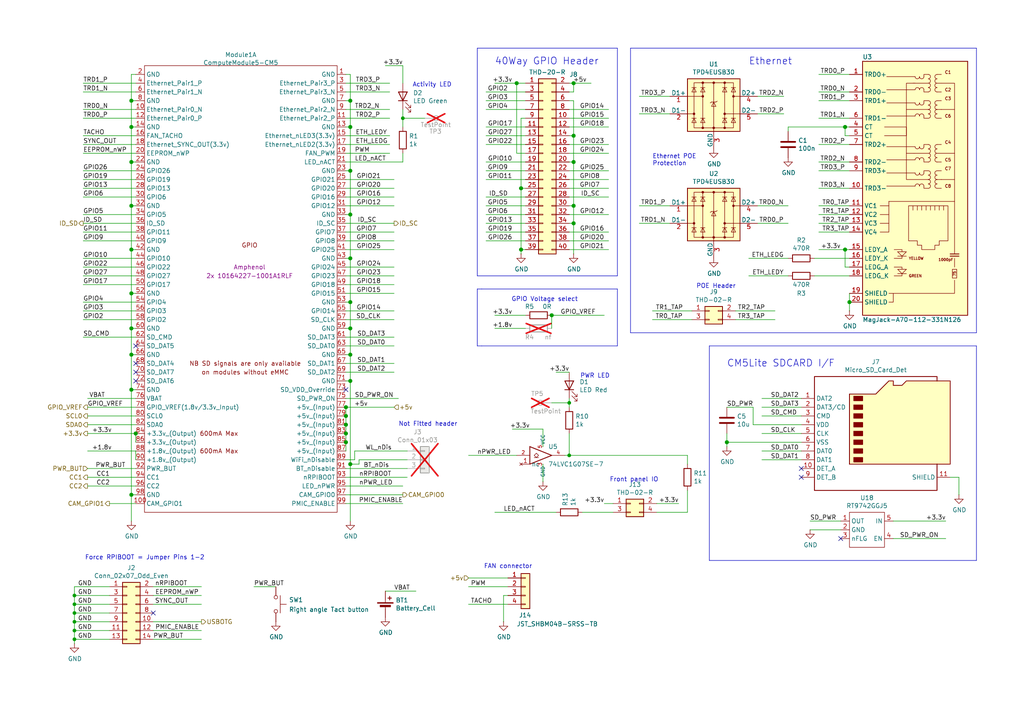
<source format=kicad_sch>
(kicad_sch (version 20231120) (generator "eeschema") (generator_version "8.0")
  (paper "A4")
  (title_block (title "Compute Module 5 IO Board - GPIO - Ethernet") (rev "1") (company "Copyright © 2024 Raspberry Pi Ltd.") (comment 1 "www.raspberrypi.com"))
  (junction (at 101.6 36.83) (diameter 1.016))
  (junction (at 245.11 72.39) (diameter 1.016))
  (junction (at 101.6 29.21) (diameter 1.016))
  (junction (at 101.6 102.87) (diameter 1.016))
  (junction (at 38.1 113.03) (diameter 1.016))
  (junction (at 246.38 87.63) (diameter 1.016))
  (junction (at 38.1 46.99) (diameter 1.016))
  (junction (at 100.33 125.73) (diameter 1.016))
  (junction (at 151.13 54.61) (diameter 1.016))
  (junction (at 166.37 39.37) (diameter 1.016))
  (junction (at 21.59 175.26))
  (junction (at 38.1 72.39) (diameter 1.016))
  (junction (at 100.33 123.19) (diameter 1.016))
  (junction (at 165.1 132.08))
  (junction (at 38.1 143.51) (diameter 1.016))
  (junction (at 166.37 59.69) (diameter 1.016))
  (junction (at 38.1 59.69) (diameter 1.016))
  (junction (at 101.6 62.23) (diameter 1.016))
  (junction (at 38.1 95.25) (diameter 1.016))
  (junction (at 100.33 118.11) (diameter 1.016))
  (junction (at 101.6 95.25) (diameter 1.016))
  (junction (at 166.37 64.77) (diameter 1.016))
  (junction (at 210.82 128.27) (diameter 1.016))
  (junction (at 166.37 24.13) (diameter 1.016))
  (junction (at 101.6 87.63) (diameter 1.016))
  (junction (at 166.37 46.99) (diameter 1.016))
  (junction (at 38.1 85.09) (diameter 1.016))
  (junction (at 100.33 120.65) (diameter 1.016))
  (junction (at 165.1 116.84))
  (junction (at 38.1 36.83) (diameter 1.016))
  (junction (at 39.37 125.73) (diameter 1.016))
  (junction (at 21.59 172.72))
  (junction (at 38.1 102.87) (diameter 1.016))
  (junction (at 160.02 91.44) (diameter 1.016))
  (junction (at 38.1 29.21) (diameter 1.016))
  (junction (at 21.59 177.8))
  (junction (at 245.11 36.83) (diameter 1.016))
  (junction (at 100.33 128.27) (diameter 1.016))
  (junction (at 116.84 34.29))
  (junction (at 151.13 72.39) (diameter 1.016))
  (junction (at 21.59 185.42))
  (junction (at 101.6 110.49) (diameter 1.016))
  (junction (at 101.6 134.62) (diameter 1.016))
  (junction (at 101.6 49.53) (diameter 1.016))
  (junction (at 21.59 182.88))
  (junction (at 21.59 180.34))
  (junction (at 101.6 74.93) (diameter 1.016))
  (junction (at 149.86 24.13) (diameter 1.016))
  (no_connect (at 39.37 107.95))
  (no_connect (at 100.33 113.03))
  (no_connect (at 39.37 100.33))
  (no_connect (at 243.84 156.21))
  (no_connect (at 39.37 105.41))
  (no_connect (at 232.41 138.43))
  (no_connect (at 232.41 135.89))
  (no_connect (at 44.45 177.8))
  (no_connect (at 39.37 110.49))
  (wire (pts (xy 275.59 138.43) (xy 278.13 138.43)))
  (wire (pts (xy 101.6 110.49) (xy 101.6 134.62)))
  (polyline (pts (xy 138.43 13.97) (xy 138.43 80.01)) (stroke (width 0) (type solid)))
  (wire (pts (xy 44.45 175.26) (xy 58.42 175.26)))
  (polyline (pts (xy 138.43 80.01) (xy 179.07 80.01)) (stroke (width 0) (type solid)))
  (wire (pts (xy 100.33 135.89) (xy 118.11 135.89)))
  (wire (pts (xy 100.33 102.87) (xy 101.6 102.87)))
  (wire (pts (xy 24.13 90.17) (xy 39.37 90.17)))
  (wire (pts (xy 39.37 133.35) (xy 39.37 130.81)))
  (wire (pts (xy 237.49 41.91) (xy 246.38 41.91)))
  (wire (pts (xy 165.1 52.07) (xy 176.53 52.07)))
  (wire (pts (xy 24.13 44.45) (xy 39.37 44.45)))
  (wire (pts (xy 100.33 95.25) (xy 101.6 95.25)))
  (wire (pts (xy 165.1 34.29) (xy 176.53 34.29)))
  (wire (pts (xy 101.6 102.87) (xy 101.6 110.49)))
  (wire (pts (xy 100.33 100.33) (xy 114.3 100.33)))
  (wire (pts (xy 217.17 74.93) (xy 228.6 74.93)))
  (wire (pts (xy 39.37 128.27) (xy 39.37 125.73)))
  (wire (pts (xy 21.59 172.72) (xy 31.75 172.72)))
  (wire (pts (xy 111.76 171.45) (xy 120.65 171.45)))
  (wire (pts (xy 100.33 118.11) (xy 114.3 118.11)))
  (wire (pts (xy 101.6 36.83) (xy 101.6 49.53)))
  (wire (pts (xy 44.45 172.72) (xy 58.42 172.72)))
  (polyline (pts (xy 179.07 83.82) (xy 179.07 100.33)) (stroke (width 0) (type solid)))
  (wire (pts (xy 24.13 92.71) (xy 39.37 92.71)))
  (wire (pts (xy 199.39 142.24) (xy 199.39 148.59)))
  (wire (pts (xy 116.84 36.83) (xy 116.84 34.29)))
  (wire (pts (xy 24.13 31.75) (xy 39.37 31.75)))
  (wire (pts (xy 24.13 77.47) (xy 39.37 77.47)))
  (wire (pts (xy 143.51 148.59) (xy 161.29 148.59)))
  (wire (pts (xy 100.33 29.21) (xy 101.6 29.21)))
  (wire (pts (xy 220.98 120.65) (xy 232.41 120.65)))
  (wire (pts (xy 21.59 170.18) (xy 31.75 170.18)))
  (wire (pts (xy 199.39 148.59) (xy 190.5 148.59)))
  (wire (pts (xy 100.33 90.17) (xy 114.3 90.17)))
  (wire (pts (xy 21.59 185.42) (xy 31.75 185.42)))
  (wire (pts (xy 24.13 82.55) (xy 39.37 82.55)))
  (wire (pts (xy 166.37 64.77) (xy 166.37 59.69)))
  (wire (pts (xy 24.13 80.01) (xy 39.37 80.01)))
  (wire (pts (xy 100.33 34.29) (xy 113.03 34.29)))
  (wire (pts (xy 39.37 36.83) (xy 38.1 36.83)))
  (wire (pts (xy 100.33 44.45) (xy 113.03 44.45)))
  (wire (pts (xy 100.33 31.75) (xy 113.03 31.75)))
  (wire (pts (xy 102.87 133.35) (xy 102.87 130.81)))
  (wire (pts (xy 24.13 67.31) (xy 39.37 67.31)))
  (wire (pts (xy 237.49 59.69) (xy 246.38 59.69)))
  (wire (pts (xy 104.14 133.35) (xy 118.11 133.35)))
  (wire (pts (xy 100.33 87.63) (xy 101.6 87.63)))
  (wire (pts (xy 166.37 39.37) (xy 166.37 46.99)))
  (wire (pts (xy 24.13 39.37) (xy 39.37 39.37)))
  (wire (pts (xy 39.37 21.59) (xy 38.1 21.59)))
  (wire (pts (xy 101.6 21.59) (xy 101.6 29.21)))
  (wire (pts (xy 236.22 80.01) (xy 246.38 80.01)))
  (wire (pts (xy 101.6 29.21) (xy 101.6 36.83)))
  (wire (pts (xy 38.1 143.51) (xy 38.1 151.13)))
  (wire (pts (xy 165.1 67.31) (xy 176.53 67.31)))
  (wire (pts (xy 146.05 172.72) (xy 146.05 180.34)))
  (wire (pts (xy 219.71 33.02) (xy 227.33 33.02)))
  (wire (pts (xy 157.48 134.62) (xy 157.48 139.7)))
  (wire (pts (xy 100.33 57.15) (xy 114.3 57.15)))
  (wire (pts (xy 160.02 116.84) (xy 165.1 116.84)))
  (wire (pts (xy 157.48 129.54) (xy 157.48 124.46)))
  (wire (pts (xy 100.33 143.51) (xy 116.84 143.51)))
  (wire (pts (xy 166.37 46.99) (xy 165.1 46.99)))
  (wire (pts (xy 100.33 107.95) (xy 114.3 107.95)))
  (wire (pts (xy 100.33 80.01) (xy 114.3 80.01)))
  (wire (pts (xy 151.13 72.39) (xy 151.13 73.66)))
  (wire (pts (xy 25.4 138.43) (xy 39.37 138.43)))
  (wire (pts (xy 101.6 95.25) (xy 101.6 102.87)))
  (wire (pts (xy 38.1 72.39) (xy 38.1 85.09)))
  (wire (pts (xy 213.36 92.71) (xy 224.79 92.71)))
  (wire (pts (xy 210.82 128.27) (xy 232.41 128.27)))
  (wire (pts (xy 101.6 49.53) (xy 101.6 62.23)))
  (wire (pts (xy 143.51 95.25) (xy 152.4 95.25)))
  (wire (pts (xy 24.13 74.93) (xy 39.37 74.93)))
  (polyline (pts (xy 182.88 13.97) (xy 283.21 13.97)) (stroke (width 0) (type solid)))
  (wire (pts (xy 100.33 140.97) (xy 116.84 140.97)))
  (wire (pts (xy 199.39 134.62) (xy 199.39 132.08)))
  (wire (pts (xy 165.1 36.83) (xy 176.53 36.83)))
  (wire (pts (xy 149.86 44.45) (xy 152.4 44.45)))
  (wire (pts (xy 39.37 29.21) (xy 38.1 29.21)))
  (wire (pts (xy 21.59 180.34) (xy 31.75 180.34)))
  (wire (pts (xy 213.36 90.17) (xy 224.79 90.17)))
  (wire (pts (xy 44.45 182.88) (xy 58.42 182.88)))
  (polyline (pts (xy 179.07 13.97) (xy 138.43 13.97)) (stroke (width 0) (type solid)))
  (wire (pts (xy 25.4 140.97) (xy 39.37 140.97)))
  (wire (pts (xy 25.4 135.89) (xy 39.37 135.89)))
  (wire (pts (xy 189.23 90.17) (xy 200.66 90.17)))
  (wire (pts (xy 100.33 128.27) (xy 100.33 130.81)))
  (wire (pts (xy 44.45 170.18) (xy 58.42 170.18)))
  (wire (pts (xy 243.84 153.67) (xy 234.95 153.67)))
  (wire (pts (xy 246.38 36.83) (xy 245.11 36.83)))
  (wire (pts (xy 194.31 64.77) (xy 185.42 64.77)))
  (wire (pts (xy 140.97 49.53) (xy 152.4 49.53)))
  (wire (pts (xy 100.33 41.91) (xy 113.03 41.91)))
  (wire (pts (xy 21.59 177.8) (xy 21.59 180.34)))
  (wire (pts (xy 100.33 115.57) (xy 115.57 115.57)))
  (wire (pts (xy 114.3 97.79) (xy 100.33 97.79)))
  (wire (pts (xy 24.13 26.67) (xy 39.37 26.67)))
  (wire (pts (xy 166.37 24.13) (xy 171.45 24.13)))
  (wire (pts (xy 217.17 80.01) (xy 228.6 80.01)))
  (wire (pts (xy 24.13 49.53) (xy 39.37 49.53)))
  (wire (pts (xy 243.84 151.13) (xy 234.95 151.13)))
  (wire (pts (xy 140.97 59.69) (xy 152.4 59.69)))
  (wire (pts (xy 100.33 120.65) (xy 100.33 123.19)))
  (wire (pts (xy 237.49 26.67) (xy 246.38 26.67)))
  (wire (pts (xy 100.33 74.93) (xy 101.6 74.93)))
  (wire (pts (xy 100.33 39.37) (xy 113.03 39.37)))
  (wire (pts (xy 140.97 67.31) (xy 152.4 67.31)))
  (wire (pts (xy 210.82 125.73) (xy 210.82 128.27)))
  (wire (pts (xy 165.1 41.91) (xy 176.53 41.91)))
  (polyline (pts (xy 139.7 83.82) (xy 179.07 83.82)) (stroke (width 0) (type solid)))
  (polyline (pts (xy 283.21 162.56) (xy 205.74 162.56)) (stroke (width 0) (type solid)))
  (wire (pts (xy 140.97 46.99) (xy 152.4 46.99)))
  (wire (pts (xy 100.33 138.43) (xy 118.11 138.43)))
  (wire (pts (xy 38.1 95.25) (xy 39.37 95.25)))
  (wire (pts (xy 44.45 185.42) (xy 58.42 185.42)))
  (wire (pts (xy 218.44 123.19) (xy 218.44 118.11)))
  (wire (pts (xy 38.1 102.87) (xy 38.1 113.03)))
  (wire (pts (xy 38.1 85.09) (xy 38.1 95.25)))
  (wire (pts (xy 31.75 146.05) (xy 39.37 146.05)))
  (wire (pts (xy 116.84 19.05) (xy 116.84 24.13)))
  (wire (pts (xy 165.1 132.08) (xy 199.39 132.08)))
  (wire (pts (xy 152.4 34.29) (xy 151.13 34.29)))
  (wire (pts (xy 237.49 64.77) (xy 246.38 64.77)))
  (wire (pts (xy 21.59 175.26) (xy 31.75 175.26)))
  (wire (pts (xy 116.84 34.29) (xy 116.84 31.75)))
  (wire (pts (xy 236.22 74.93) (xy 246.38 74.93)))
  (wire (pts (xy 140.97 62.23) (xy 152.4 62.23)))
  (wire (pts (xy 237.49 29.21) (xy 246.38 29.21)))
  (wire (pts (xy 165.1 72.39) (xy 176.53 72.39)))
  (wire (pts (xy 165.1 24.13) (xy 166.37 24.13)))
  (wire (pts (xy 104.14 134.62) (xy 104.14 133.35)))
  (wire (pts (xy 101.6 134.62) (xy 101.6 151.13)))
  (wire (pts (xy 278.13 138.43) (xy 278.13 143.51)))
  (wire (pts (xy 168.91 148.59) (xy 177.8 148.59)))
  (wire (pts (xy 38.1 59.69) (xy 38.1 72.39)))
  (wire (pts (xy 21.59 177.8) (xy 31.75 177.8)))
  (wire (pts (xy 38.1 113.03) (xy 39.37 113.03)))
  (wire (pts (xy 38.1 72.39) (xy 39.37 72.39)))
  (wire (pts (xy 24.13 54.61) (xy 39.37 54.61)))
  (wire (pts (xy 100.33 52.07) (xy 114.3 52.07)))
  (wire (pts (xy 246.38 87.63) (xy 246.38 90.17)))
  (wire (pts (xy 25.4 130.81) (xy 39.37 130.81)))
  (wire (pts (xy 24.13 97.79) (xy 39.37 97.79)))
  (wire (pts (xy 237.49 49.53) (xy 246.38 49.53)))
  (wire (pts (xy 24.13 24.13) (xy 39.37 24.13)))
  (polyline (pts (xy 283.21 100.33) (xy 283.21 162.56)) (stroke (width 0) (type solid)))
  (wire (pts (xy 100.33 62.23) (xy 101.6 62.23)))
  (wire (pts (xy 143.51 24.13) (xy 149.86 24.13)))
  (wire (pts (xy 246.38 85.09) (xy 246.38 87.63)))
  (wire (pts (xy 100.33 24.13) (xy 113.03 24.13)))
  (wire (pts (xy 100.33 36.83) (xy 101.6 36.83)))
  (wire (pts (xy 38.1 95.25) (xy 38.1 102.87)))
  (wire (pts (xy 165.1 125.73) (xy 165.1 132.08)))
  (wire (pts (xy 39.37 143.51) (xy 38.1 143.51)))
  (wire (pts (xy 24.13 57.15) (xy 39.37 57.15)))
  (wire (pts (xy 166.37 64.77) (xy 166.37 73.66)))
  (wire (pts (xy 185.42 59.69) (xy 194.31 59.69)))
  (wire (pts (xy 245.11 39.37) (xy 245.11 36.83)))
  (wire (pts (xy 220.98 130.81) (xy 232.41 130.81)))
  (wire (pts (xy 25.4 123.19) (xy 39.37 123.19)))
  (wire (pts (xy 38.1 113.03) (xy 38.1 143.51)))
  (wire (pts (xy 157.48 124.46) (xy 148.59 124.46)))
  (wire (pts (xy 237.49 72.39) (xy 245.11 72.39)))
  (wire (pts (xy 165.1 115.57) (xy 165.1 116.84)))
  (wire (pts (xy 228.6 36.83) (xy 245.11 36.83)))
  (wire (pts (xy 102.87 130.81) (xy 118.11 130.81)))
  (wire (pts (xy 100.33 146.05) (xy 116.84 146.05)))
  (wire (pts (xy 220.98 115.57) (xy 232.41 115.57)))
  (wire (pts (xy 100.33 64.77) (xy 114.3 64.77)))
  (wire (pts (xy 140.97 36.83) (xy 152.4 36.83)))
  (wire (pts (xy 259.08 151.13) (xy 274.32 151.13)))
  (wire (pts (xy 101.6 87.63) (xy 101.6 95.25)))
  (wire (pts (xy 147.32 172.72) (xy 146.05 172.72)))
  (wire (pts (xy 100.33 54.61) (xy 114.3 54.61)))
  (wire (pts (xy 245.11 77.47) (xy 245.11 72.39)))
  (wire (pts (xy 237.49 21.59) (xy 246.38 21.59)))
  (wire (pts (xy 116.84 46.99) (xy 116.84 44.45)))
  (wire (pts (xy 100.33 133.35) (xy 102.87 133.35)))
  (wire (pts (xy 100.33 69.85) (xy 114.3 69.85)))
  (wire (pts (xy 114.3 105.41) (xy 100.33 105.41)))
  (polyline (pts (xy 283.21 96.52) (xy 182.88 96.52)) (stroke (width 0) (type solid)))
  (wire (pts (xy 25.4 118.11) (xy 39.37 118.11)))
  (wire (pts (xy 140.97 29.21) (xy 152.4 29.21)))
  (wire (pts (xy 219.71 27.94) (xy 227.33 27.94)))
  (wire (pts (xy 21.59 180.34) (xy 21.59 182.88)))
  (polyline (pts (xy 182.88 96.52) (xy 182.88 13.97)) (stroke (width 0) (type solid)))
  (wire (pts (xy 190.5 146.05) (xy 196.85 146.05)))
  (wire (pts (xy 100.33 85.09) (xy 114.3 85.09)))
  (polyline (pts (xy 205.74 162.56) (xy 205.74 100.33)) (stroke (width 0) (type solid)))
  (wire (pts (xy 135.89 170.18) (xy 147.32 170.18)))
  (wire (pts (xy 143.51 91.44) (xy 152.4 91.44)))
  (wire (pts (xy 140.97 26.67) (xy 152.4 26.67)))
  (wire (pts (xy 166.37 59.69) (xy 166.37 46.99)))
  (wire (pts (xy 24.13 34.29) (xy 39.37 34.29)))
  (wire (pts (xy 25.4 115.57) (xy 39.37 115.57)))
  (wire (pts (xy 165.1 31.75) (xy 176.53 31.75)))
  (wire (pts (xy 165.1 62.23) (xy 176.53 62.23)))
  (wire (pts (xy 140.97 57.15) (xy 152.4 57.15)))
  (wire (pts (xy 185.42 27.94) (xy 194.31 27.94)))
  (wire (pts (xy 25.4 125.73) (xy 39.37 125.73)))
  (wire (pts (xy 165.1 59.69) (xy 166.37 59.69)))
  (wire (pts (xy 100.33 59.69) (xy 114.3 59.69)))
  (wire (pts (xy 166.37 39.37) (xy 165.1 39.37)))
  (wire (pts (xy 245.11 72.39) (xy 246.38 72.39)))
  (wire (pts (xy 135.89 175.26) (xy 147.32 175.26)))
  (polyline (pts (xy 205.74 100.33) (xy 283.21 100.33)) (stroke (width 0) (type solid)))
  (wire (pts (xy 151.13 34.29) (xy 151.13 54.61)))
  (wire (pts (xy 114.3 92.71) (xy 100.33 92.71)))
  (wire (pts (xy 100.33 67.31) (xy 114.3 67.31)))
  (wire (pts (xy 140.97 31.75) (xy 152.4 31.75)))
  (wire (pts (xy 140.97 39.37) (xy 152.4 39.37)))
  (polyline (pts (xy 179.07 13.97) (xy 179.07 80.01)) (stroke (width 0) (type solid)))
  (polyline (pts (xy 283.21 13.97) (xy 283.21 96.52)) (stroke (width 0) (type solid)))
  (wire (pts (xy 149.86 24.13) (xy 149.86 44.45)))
  (wire (pts (xy 21.59 182.88) (xy 31.75 182.88)))
  (wire (pts (xy 166.37 29.21) (xy 166.37 39.37)))
  (wire (pts (xy 24.13 64.77) (xy 39.37 64.77)))
  (wire (pts (xy 165.1 132.08) (xy 163.83 132.08)))
  (wire (pts (xy 165.1 26.67) (xy 166.37 26.67)))
  (wire (pts (xy 25.4 120.65) (xy 39.37 120.65)))
  (wire (pts (xy 38.1 36.83) (xy 38.1 46.99)))
  (wire (pts (xy 100.33 46.99) (xy 116.84 46.99)))
  (wire (pts (xy 151.13 72.39) (xy 152.4 72.39)))
  (wire (pts (xy 185.42 33.02) (xy 194.31 33.02)))
  (wire (pts (xy 24.13 52.07) (xy 39.37 52.07)))
  (wire (pts (xy 151.13 54.61) (xy 152.4 54.61)))
  (polyline (pts (xy 138.43 100.33) (xy 138.43 83.82)) (stroke (width 0) (type solid)))
  (wire (pts (xy 160.02 91.44) (xy 175.26 91.44)))
  (wire (pts (xy 140.97 69.85) (xy 152.4 69.85)))
  (wire (pts (xy 237.49 67.31) (xy 246.38 67.31)))
  (wire (pts (xy 219.71 59.69) (xy 228.6 59.69)))
  (wire (pts (xy 165.1 107.95) (xy 161.29 107.95)))
  (wire (pts (xy 21.59 185.42) (xy 21.59 186.69)))
  (wire (pts (xy 100.33 72.39) (xy 114.3 72.39)))
  (wire (pts (xy 38.1 29.21) (xy 38.1 36.83)))
  (wire (pts (xy 100.33 21.59) (xy 101.6 21.59)))
  (wire (pts (xy 165.1 49.53) (xy 176.53 49.53)))
  (wire (pts (xy 237.49 34.29) (xy 246.38 34.29)))
  (wire (pts (xy 100.33 110.49) (xy 101.6 110.49)))
  (wire (pts (xy 246.38 77.47) (xy 245.11 77.47)))
  (wire (pts (xy 135.89 132.08) (xy 149.86 132.08)))
  (wire (pts (xy 24.13 69.85) (xy 39.37 69.85)))
  (wire (pts (xy 24.13 87.63) (xy 39.37 87.63)))
  (wire (pts (xy 100.33 118.11) (xy 100.33 120.65)))
  (wire (pts (xy 21.59 170.18) (xy 21.59 172.72)))
  (wire (pts (xy 111.76 19.05) (xy 116.84 19.05)))
  (wire (pts (xy 210.82 128.27) (xy 210.82 129.54)))
  (wire (pts (xy 100.33 49.53) (xy 101.6 49.53)))
  (wire (pts (xy 151.13 54.61) (xy 151.13 72.39)))
  (wire (pts (xy 100.33 26.67) (xy 113.03 26.67)))
  (wire (pts (xy 232.41 123.19) (xy 218.44 123.19)))
  (wire (pts (xy 165.1 44.45) (xy 176.53 44.45)))
  (wire (pts (xy 24.13 62.23) (xy 39.37 62.23)))
  (wire (pts (xy 237.49 46.99) (xy 246.38 46.99)))
  (wire (pts (xy 237.49 62.23) (xy 246.38 62.23)))
  (wire (pts (xy 219.71 64.77) (xy 228.6 64.77)))
  (wire (pts (xy 24.13 41.91) (xy 39.37 41.91)))
  (wire (pts (xy 259.08 156.21) (xy 274.32 156.21)))
  (wire (pts (xy 21.59 172.72) (xy 21.59 175.26)))
  (wire (pts (xy 189.23 92.71) (xy 200.66 92.71)))
  (wire (pts (xy 101.6 74.93) (xy 101.6 87.63)))
  (polyline (pts (xy 139.7 83.82) (xy 138.43 83.82)) (stroke (width 0) (type solid)))
  (wire (pts (xy 100.33 123.19) (xy 100.33 125.73)))
  (wire (pts (xy 228.6 38.1) (xy 228.6 36.83)))
  (wire (pts (xy 175.26 146.05) (xy 177.8 146.05)))
  (wire (pts (xy 232.41 118.11) (xy 220.98 118.11)))
  (wire (pts (xy 140.97 64.77) (xy 152.4 64.77)))
  (wire (pts (xy 38.1 46.99) (xy 39.37 46.99)))
  (wire (pts (xy 140.97 52.07) (xy 152.4 52.07)))
  (wire (pts (xy 73.66 170.18) (xy 80.01 170.18)))
  (wire (pts (xy 237.49 54.61) (xy 246.38 54.61)))
  (wire (pts (xy 140.97 41.91) (xy 152.4 41.91)))
  (wire (pts (xy 38.1 21.59) (xy 38.1 29.21)))
  (wire (pts (xy 135.89 167.64) (xy 147.32 167.64)))
  (wire (pts (xy 38.1 85.09) (xy 39.37 85.09)))
  (wire (pts (xy 165.1 64.77) (xy 166.37 64.77)))
  (wire (pts (xy 100.33 125.73) (xy 100.33 128.27)))
  (wire (pts (xy 160.02 91.44) (xy 160.02 95.25)))
  (wire (pts (xy 100.33 77.47) (xy 114.3 77.47)))
  (wire (pts (xy 38.1 102.87) (xy 39.37 102.87)))
  (wire (pts (xy 38.1 59.69) (xy 39.37 59.69)))
  (polyline (pts (xy 179.07 100.33) (xy 139.7 100.33)) (stroke (width 0) (type solid)))
  (wire (pts (xy 152.4 24.13) (xy 149.86 24.13)))
  (wire (pts (xy 165.1 69.85) (xy 176.53 69.85)))
  (wire (pts (xy 165.1 116.84) (xy 165.1 118.11)))
  (wire (pts (xy 210.82 118.11) (xy 218.44 118.11)))
  (wire (pts (xy 246.38 39.37) (xy 245.11 39.37)))
  (wire (pts (xy 232.41 125.73) (xy 220.98 125.73)))
  (wire (pts (xy 166.37 26.67) (xy 166.37 24.13)))
  (wire (pts (xy 232.41 133.35) (xy 220.98 133.35)))
  (wire (pts (xy 44.45 180.34) (xy 58.42 180.34)))
  (wire (pts (xy 21.59 182.88) (xy 21.59 185.42)))
  (wire (pts (xy 100.33 82.55) (xy 114.3 82.55)))
  (wire (pts (xy 116.84 34.29) (xy 123.19 34.29)))
  (wire (pts (xy 101.6 62.23) (xy 101.6 74.93)))
  (wire (pts (xy 38.1 46.99) (xy 38.1 59.69)))
  (wire (pts (xy 165.1 57.15) (xy 176.53 57.15)))
  (wire (pts (xy 21.59 175.26) (xy 21.59 177.8)))
  (wire (pts (xy 101.6 134.62) (xy 104.14 134.62)))
  (wire (pts (xy 165.1 54.61) (xy 176.53 54.61)))
  (wire (pts (xy 165.1 29.21) (xy 166.37 29.21)))
  (polyline (pts (xy 138.43 100.33) (xy 139.7 100.33)) (stroke (width 0) (type solid)))
  (text "40Way GPIO Header" (at 143.51 19.05 0) (effects (font (size 2.007 2.007)) (justify left bottom)))
  (text "Activity LED" (at 119.634 25.4 0) (effects (font (size 1.27 1.27)) (justify left bottom)))
  (text "FAN connector\n" (at 140.335 165.1 0) (effects (font (size 1.27 1.27)) (justify left bottom)))
  (text "Ethernet POE\nProtection" (at 189.23 48.26 0) (effects (font (size 1.27 1.27)) (justify left bottom)))
  (text "Front panel IO" (at 183.896 139.192 0) (effects (font (size 1.27 1.27))))
  (text "GPIO Voltage select\n" (at 167.64 87.63 0) (effects (font (size 1.27 1.27)) (justify right bottom)))
  (text "Not Fitted header" (at 132.715 123.825 0) (effects (font (size 1.27 1.27)) (justify right bottom)))
  (text "POE Header" (at 201.93 83.82 0) (effects (font (size 1.27 1.27)) (justify left bottom)))
  (text "Force RPIBOOT = Jumper Pins 1-2 \n" (at 60.325 162.56 0) (effects (font (size 1.27 1.27)) (justify right bottom)))
  (text "PWR LED" (at 168.275 109.855 0) (effects (font (size 1.27 1.27)) (justify left bottom)))
  (text "Ethernet" (at 217.17 19.05 0) (effects (font (size 2.0066 2.0066)) (justify left bottom)))
  (text "CM5Lite SDCARD I/F" (at 210.82 106.68 0) (effects (font (size 2.007 2.007)) (justify left bottom)))
  (label "+1.8v" (at 148.59 95.25 180))
  (label "GPIO24" (at 175.26 44.45 180))
  (label "SD_DAT2" (at 111.76 107.95 180))
  (label "+5v" (at 170.18 24.13 180))
  (label "GPIO5" (at 24.13 62.23 0))
  (label "TRD3_N" (at 103.124 26.67 0))
  (label "GPIO2" (at 24.13 92.71 0))
  (label "GPIO9" (at 24.13 69.85 0))
  (label "TRD3_N" (at 245.11 54.61 180))
  (label "ETH_LEDG" (at 103.124 41.91 0))
  (label "SD_DAT1" (at 111.76 105.41 180))
  (label "TRD1_N" (at 193.04 64.77 180))
  (label "+3.3v" (at 148.59 24.13 180))
  (label "GPIO10" (at 24.13 74.93 0))
  (label "TRD3_P" (at 103.124 24.13 0))
  (label "GPIO6" (at 24.13 57.15 0))
  (label "TRD0_P" (at 227.33 64.77 180))
  (label "TRD3_P" (at 193.04 27.94 180))
  (label "GPIO8" (at 173.99 52.07 180))
  (label "GPIO20" (at 110.49 54.61 180))
  (label "SD_DAT2" (at 223.52 115.57 0))
  (label "GPIO25" (at 110.49 72.39 180))
  (label "GPIO2" (at 147.32 26.67 180))
  (label "SD_DAT0" (at 111.76 100.33 180))
  (label "GPIO26" (at 148.59 69.85 180))
  (label "GPIO15" (at 110.49 85.09 180))
  (label "GPIO13" (at 24.13 54.61 0))
  (label "TRD1_P" (at 193.04 59.69 180))
  (label "GPIO7" (at 109.22 67.31 180))
  (label "GPIO14" (at 110.49 90.17 180))
  (label "BT_nDis" (at 112.8776 135.89 180))
  (label "SD_PWR_ON" (at 260.985 156.21 0))
  (label "GPIO7" (at 173.99 54.61 180))
  (label "ETH_LEDY" (at 103.124 39.37 0))
  (label "VBAT" (at 114.3 171.45 0))
  (label "TR1_TAP" (at 198.12 90.17 180))
  (label "SD_PWR_ON" (at 102.87 115.57 0))
  (label "PWM" (at 102.87 44.45 0))
  (label "LED_nACT" (at 102.87 46.99 0))
  (label "GPIO4" (at 24.13 87.63 0))
  (label "GPIO10" (at 148.59 46.99 180))
  (label "TRD1_P" (at 24.13 24.13 0))
  (label "CC1" (at 27.94 138.43 0))
  (label "TRD1_P" (at 245.11 29.21 180))
  (label "WL_nDis" (at 113.665 130.81 180))
  (label "GPIO6" (at 147.32 62.23 180))
  (label "+3.3v" (at 274.32 151.13 180))
  (label "GPIO17" (at 148.59 36.83 180))
  (label "+3.3v" (at 116.84 19.05 180))
  (label "GPIO19" (at 148.59 67.31 180))
  (label "GND" (at 26.67 182.88 180))
  (label "SD_DAT3" (at 111.76 97.79 180))
  (label "GPIO27" (at 24.13 80.01 0))
  (label "EEPROM_nWP" (at 24.13 44.45 0))
  (label "GPIO_VREF" (at 25.4 118.11 0))
  (label "SD_PWR" (at 210.82 118.11 0))
  (label "GPIO9" (at 147.32 49.53 180))
  (label "GPIO20" (at 175.26 69.85 180))
  (label "TR0_TAP" (at 198.0184 92.71 180))
  (label "SD_DAT0" (at 223.52 130.81 0))
  (label "GPIO21" (at 110.49 52.07 180))
  (label "GPIO23" (at 110.49 80.01 180))
  (label "ID_SD" (at 147.32 57.15 180))
  (label "GPIO16" (at 175.26 67.31 180))
  (label "TRD0_N" (at 24.13 31.75 0))
  (label "TRD3_P" (at 245.11 49.53 180))
  (label "ETH_LEDY" (at 227.33 80.01 180))
  (label "TRD0_N" (at 227.33 59.69 180))
  (label "TRD2_N" (at 227.33 27.94 180))
  (label "ETH_LEDG" (at 227.33 74.93 180))
  (label "TRD0_N" (at 245.11 26.67 180))
  (label "TR2_TAP" (at 246.38 64.77 180))
  (label "GPIO22" (at 148.59 41.91 180))
  (label "+1.8v" (at 26.67 130.81 0))
  (label "SYNC_OUT" (at 54.61 175.26 180))
  (label "PWR_BUT" (at 73.66 170.18 0))
  (label "GPIO18" (at 175.26 36.83 180))
  (label "SD_DAT3" (at 223.52 118.11 0))
  (label "TR2_TAP" (at 221.9198 90.17 180))
  (label "SD_CLK" (at 110.49 92.71 180))
  (label "GND" (at 26.67 170.18 180))
  (label "GPIO16" (at 110.49 57.15 180))
  (label "GPIO12" (at 110.49 59.69 180))
  (label "GPIO23" (at 175.26 41.91 180))
  (label "+3.3v" (at 26.67 125.73 0))
  (label "SD_CMD" (at 223.52 120.65 0))
  (label "PWM" (at 136.525 170.18 0))
  (label "ID_SC" (at 173.99 57.15 180))
  (label "GPIO8" (at 109.22 69.85 180))
  (label "GPIO17" (at 24.13 82.55 0))
  (label "SYNC_OUT" (at 24.13 41.91 0))
  (label "nPWR_LED" (at 138.43 132.08 0))
  (label "SD_PWR" (at 234.95 151.13 0))
  (label "+3.3v" (at 175.26 146.05 180))
  (label "SD_DAT1" (at 223.52 133.35 0))
  (label "TRD0_P" (at 245.11 21.59 180))
  (label "LED_nACT" (at 146.05 148.59 0))
  (label "GPIO18" (at 110.49 82.55 180))
  (label "+3.3v" (at 196.85 146.05 180))
  (label "TRD2_N" (at 102.87 31.75 0))
  (label "GPIO15" (at 175.26 34.29 180))
  (label "GPIO5" (at 147.32 59.69 180))
  (label "nPWR_LED" (at 104.14 140.97 0))
  (label "PMIC_ENABLE" (at 57.785 182.88 180))
  (label "TR3_TAP" (at 221.8944 92.71 180))
  (label "GPIO3" (at 147.32 29.21 180))
  (label "TRD0_P" (at 24.13 34.29 0))
  (label "nRPIBOOT" (at 54.356 170.18 180))
  (label "+3.3v" (at 148.59 91.44 180))
  (label "GND" (at 26.67 177.8 180))
  (label "GND" (at 26.67 185.42 180))
  (label "GPIO26" (at 24.13 49.53 0))
  (label "TACHO" (at 136.525 175.26 0))
  (label "PWR_BUT" (at 27.686 135.89 0))
  (label "GPIO12" (at 175.26 62.23 180))
  (label "+3.3v" (at 153.67 124.46 180))
  (label "nRPIBOOT" (at 104.14 138.43 0))
  (label "EEPROM_nWP" (at 57.658 172.72 180))
  (label "GPIO11" (at 24.13 67.31 0))
  (label "ID_SD" (at 24.13 64.77 0))
  (label "TRD1_N" (at 24.13 26.67 0))
  (label "GPIO24" (at 110.49 77.47 180))
  (label "GND" (at 26.67 175.26 180))
  (label "TRD3_N" (at 193.04 33.02 180))
  (label "GPIO27" (at 148.59 39.37 180))
  (label "TR1_TAP" (at 246.38 62.23 180))
  (label "VBAT" (at 30.48 115.57 180))
  (label "ID_SC" (at 109.22 64.77 180))
  (label "TRD2_P" (at 245.11 41.91 180))
  (label "GPIO21" (at 175.26 72.39 180))
  (label "CC2" (at 27.94 140.97 0))
  (label "GPIO14" (at 175.26 31.75 180))
  (label "TACHO" (at 24.13 39.37 0))
  (label "GPIO25" (at 175.26 49.53 180))
  (label "TRD2_N" (at 245.11 46.99 180))
  (label "TR0_TAP" (at 246.38 59.69 180))
  (label "+5v" (at 106.68 118.11 180))
  (label "SD_CMD" (at 24.13 97.79 0))
  (label "TRD1_N" (at 245.11 34.29 180))
  (label "PMIC_ENABLE" (at 116.84 146.05 180))
  (label "+3.3v" (at 165.1 107.95 180))
  (label "GPIO13" (at 148.59 64.77 180))
  (label "GPIO_VREF" (at 162.56 91.44 0))
  (label "TRD2_P" (at 103.124 34.29 0))
  (label "GND" (at 26.67 172.72 180))
  (label "GPIO19" (at 24.13 52.07 0))
  (label "GPIO11" (at 148.59 52.07 180))
  (label "PWR_BUT" (at 44.45 185.42 0))
  (label "TR3_TAP" (at 246.38 67.31 180))
  (label "SD_CLK" (at 223.52 125.73 0))
  (label "GND" (at 26.67 180.34 180))
  (label "GPIO4" (at 147.32 31.75 180))
  (label "+3.3v" (at 243.84 72.39 180))
  (label "GPIO22" (at 24.13 77.47 0))
  (label "TRD2_P" (at 227.33 33.02 180))
  (label "GPIO3" (at 24.13 90.17 0))
  (hierarchical_label "CC1" (shape output) (at 25.4 138.43 180))
  (hierarchical_label "ID_SD" (shape output) (at 24.13 64.77 180))
  (hierarchical_label "SDA0" (shape output) (at 25.4 123.19 180))
  (hierarchical_label "CAM_GPIO1" (shape output) (at 31.75 146.05 180))
  (hierarchical_label "CC2" (shape output) (at 25.4 140.97 180))
  (hierarchical_label "PWR_BUT" (shape input) (at 25.4 135.89 180))
  (hierarchical_label "+3.3v" (shape output) (at 25.4 125.73 180))
  (hierarchical_label "GPIO_VREF" (shape output) (at 25.4 118.11 180))
  (hierarchical_label "ID_SC" (shape output) (at 114.3 64.77 0))
  (hierarchical_label "SCL0" (shape output) (at 25.4 120.65 180))
  (hierarchical_label "+5v" (shape input) (at 135.89 167.64 180))
  (hierarchical_label "CAM_GPIO0" (shape output) (at 116.84 143.51 0))
  (hierarchical_label "+5v" (shape input) (at 114.3 118.11 0))
  (hierarchical_label "USBOTG" (shape output) (at 58.42 180.34 0))
  (symbol (lib_id "CM5IO:74LVC1G07_copy") (at 157.48 132.08 0) (unit 1)
    (property "Reference" "U5" (at 159.004 129.54 0) (effects (justify left)))
    (property "Value" "74LVC1G07SE-7" (at 159.004 134.62 0) (effects (justify left)))
    (property "Footprint" "Package_TO_SOT_SMD:SOT-353_SC-70-5" (effects (hide yes)))
    (property "Datasheet" "https://www.diodes.com/assets/Datasheets/74LVC1G07.pdf" (effects (hide yes)))
    (property "Field4" "Farnell" (effects (hide yes)))
    (property "Field5" "2425492" (effects (hide yes)))
    (property "Field6" "74LVC1G07SE-7" (effects (hide yes)))
    (property "Field7" "Diodes" (effects (hide yes)))
    (property "Part Description" "Buffer, Non-Inverting 1 Element 1 Bit per Element Open Drain Output SOT-353" (effects (hide yes)))
  )
  (symbol (lib_id "CM5IO:RT9742GGJ5") (at 252.73 161.29 0) (unit 1)
    (property "Reference" "U18" (at 251.46 144.399 0))
    (property "Value" "RT9742GGJ5" (at 251.46 146.7104 0))
    (property "Footprint" "Package_TO_SOT_SMD:SOT-23-5" (effects (hide yes)))
    (property "Datasheet" "https://www.richtek.com/assets/product_file/RT9742/DS9742-00.pdf" (effects (hide yes)))
    (property "Field4" "Farnell" (effects (hide yes)))
    (property "Field5" "	2545875" (effects (hide yes)))
    (property "Field6" "RT9742GGJ5" (effects (hide yes)))
    (property "Field7" "RichTek" (effects (hide yes)))
    (property "Field8" "USWI00166" (effects (hide yes)))
    (property "Part Description" "	Power Switch/Driver 1:1 N-Channel 1A TSOT-23-5" (effects (hide yes)))
  )
  (symbol (lib_id "power:GND") (at 234.95 153.67 0) (unit 1)
    (property "Reference" "#PWR0113" (effects (hide yes)))
    (property "Value" "GND" (at 235.077 158.0642 0))
    (property "Description" "Power symbol creates a global label with name \"GND\" , ground" (effects (hide yes)))
  )
  (symbol (lib_id "CM5IO:ComputeModule5-CM5") (at 72.39 77.47 0) (unit 1)
    (property "Reference" "Module1" (at 69.85 15.875 0))
    (property "Value" "ComputeModule5-CM5" (at 69.85 18.1864 0))
    (property "Footprint" "CM5IO:Raspberry-Pi-5-Compute-Module" (effects (hide yes)))
    (property "Description" "RaspberryPi Compute module 5" (effects (hide yes)))
    (property "Field4" "Amphenol" (at 72.39 77.47 0))
    (property "Field5" "2x 10164227-1001A1RLF" (at 72.39 80.01 0))
    (property "Field6" "2x 10164227-1001A1RLF" (effects (hide yes)))
    (property "Field7" "Hirose" (effects (hide yes)))
    (property "Part Description" "	100 Position Connector Receptacle, Center Strip Contacts Surface Mount Gold" (effects (hide yes)))
  )
  (symbol (lib_id "Device:C") (at 228.6 41.91 0) (unit 1)
    (property "Reference" "C1" (at 231.521 40.7416 0) (effects (justify left)))
    (property "Value" "100n" (at 231.521 43.053 0) (effects (justify left)))
    (property "Footprint" "Capacitor_SMD:C_0402_1005Metric" (effects (hide yes)))
    (property "Datasheet" "https://search.murata.co.jp/Ceramy/image/img/A01X/G101/ENG/GRM155R71C104KA88-01.pdf" (effects (hide yes)))
    (property "Field4" "Farnell" (effects (hide yes)))
    (property "Field5" "2611911" (effects (hide yes)))
    (property "Field6" "RM EMK105 B7104KV-F" (effects (hide yes)))
    (property "Field7" "TAIYO YUDEN EUROPE GMBH" (effects (hide yes)))
    (property "Part Description" "	0.1uF 10% 16V Ceramic Capacitor X7R 0402 (1005 Metric)" (effects (hide yes)))
    (property "Field8" "110091611" (effects (hide yes)))
  )
  (symbol (lib_id "power:GND") (at 228.6 45.72 0) (unit 1)
    (property "Reference" "#PWR0101" (effects (hide yes)))
    (property "Value" "GND" (at 228.727 50.1142 0))
    (property "Description" "Power symbol creates a global label with name \"GND\" , ground" (effects (hide yes)))
  )
  (symbol (lib_id "Connector_Generic:Conn_02x02_Odd_Even") (at 205.74 90.17 0) (unit 1)
    (property "Reference" "J9" (at 207.01 84.6582 0))
    (property "Value" "THD-02-R" (at 207.01 86.9696 0))
    (property "Footprint" "Connector_PinHeader_2.54mm:PinHeader_2x02_P2.54mm_Vertical" (effects (hide yes)))
    (property "Datasheet" "https://www.toby.co.uk/uploads/publications/1673.pdf" (effects (hide yes)))
    (property "Field4" "Toby" (effects (hide yes)))
    (property "Field5" "THD-02-R" (effects (hide yes)))
    (property "Field6" "151-604-425-761" (effects (hide yes)))
    (property "Field7" "EDAC" (effects (hide yes)))
    (property "Field8" "UCON00791" (effects (hide yes)))
    (property "Part Description" "PinHeader_2x02_P2.54mm_Vertical" (effects (hide yes)))
  )
  (symbol (lib_id "Connector_Generic:Conn_02x20_Odd_Even") (at 157.48 46.99 0) (unit 1)
    (property "Reference" "J8" (at 166.37 21.59 0))
    (property "Value" "THD-20-R" (at 158.75 20.9296 0))
    (property "Footprint" "Connector_PinHeader_2.54mm:PinHeader_2x20_P2.54mm_Vertical" (effects (hide yes)))
    (property "Datasheet" "https://www.toby.co.uk/uploads/publications/1673.pdf" (effects (hide yes)))
    (property "Field4" "Toby" (effects (hide yes)))
    (property "Field5" "THD-20-R" (effects (hide yes)))
    (property "Field6" "THD-20-R" (effects (hide yes)))
    (property "Field7" "Toby" (effects (hide yes)))
    (property "Field8" "UCON00511" (effects (hide yes)))
    (property "Part Description" "PinHeader_2x20_P2.54mm_Vertical" (effects (hide yes)))
  )
  (symbol (lib_id "Device:C") (at 210.82 121.92 0) (unit 1)
    (property "Reference" "C5" (at 213.741 120.7516 0) (effects (justify left)))
    (property "Value" "10u" (at 213.741 123.063 0) (effects (justify left)))
    (property "Footprint" "Capacitor_SMD:C_0805_2012Metric" (effects (hide yes)))
    (property "Datasheet" "https://search.murata.co.jp/Ceramy/image/img/A01X/G101/ENG/GRM21BR71A106KA73-01.pdf" (effects (hide yes)))
    (property "Field5" "490-14381-1-ND" (effects (hide yes)))
    (property "Field4" "Digikey" (effects (hide yes)))
    (property "Field6" "GRM21BR71A106KA73L" (effects (hide yes)))
    (property "Field7" "Murata" (effects (hide yes)))
    (property "Part Description" "	10uF 10% 10V Ceramic Capacitor X7R 0805 (2012 Metric)" (effects (hide yes)))
    (property "Field8" "111893011" (effects (hide yes)))
  )
  (symbol (lib_id "power:GND") (at 166.37 73.66 0) (unit 1)
    (property "Reference" "#PWR0102" (effects (hide yes)))
    (property "Value" "GND" (at 166.497 78.0542 0))
    (property "Description" "Power symbol creates a global label with name \"GND\" , ground" (effects (hide yes)))
  )
  (symbol (lib_id "power:GND") (at 151.13 73.66 0) (unit 1)
    (property "Reference" "#PWR0103" (effects (hide yes)))
    (property "Value" "GND" (at 151.257 78.0542 0))
    (property "Description" "Power symbol creates a global label with name \"GND\" , ground" (effects (hide yes)))
  )
  (symbol (lib_id "Device:R") (at 232.41 74.93 270) (unit 1)
    (property "Reference" "R2" (at 232.41 69.6722 90))
    (property "Value" "470R" (at 232.41 71.9836 90))
    (property "Footprint" "Resistor_SMD:R_0402_1005Metric" (effects (hide yes)))
    (property "Datasheet" "https://fscdn.rohm.com/en/products/databook/datasheet/passive/resistor/chip_resistor/mcr-e.pdf" (effects (hide yes)))
    (property "Field4" "Farnell" (effects (hide yes)))
    (property "Field5" "9239197" (effects (hide yes)))
    (property "Field7" "KOA EUROPE GMBH" (effects (hide yes)))
    (property "Field6" "RK73G1ETQTP4700D         " (effects (hide yes)))
    (property "Field8" "120887981" (effects (hide yes)))
    (property "Part Description" "Resistor 470R M1005 1% 63mW" (effects (hide yes)))
  )
  (symbol (lib_id "Device:R") (at 232.41 80.01 270) (unit 1)
    (property "Reference" "R3" (at 232.41 85.09 90))
    (property "Value" "470R" (at 232.41 82.55 90))
    (property "Footprint" "Resistor_SMD:R_0402_1005Metric" (effects (hide yes)))
    (property "Datasheet" "https://fscdn.rohm.com/en/products/databook/datasheet/passive/resistor/chip_resistor/mcr-e.pdf" (effects (hide yes)))
    (property "Field4" "Farnell" (effects (hide yes)))
    (property "Field5" "9239197" (effects (hide yes)))
    (property "Field7" "KOA EUROPE GMBH" (effects (hide yes)))
    (property "Field6" "RK73G1ETQTP4700D         " (effects (hide yes)))
    (property "Field8" "120887981" (effects (hide yes)))
    (property "Part Description" "Resistor 470R M1005 1% 63mW" (effects (hide yes)))
  )
  (symbol (lib_id "power:GND") (at 38.1 151.13 0) (unit 1)
    (property "Reference" "#PWR0104" (effects (hide yes)))
    (property "Value" "GND" (at 38.227 155.5242 0))
    (property "Description" "Power symbol creates a global label with name \"GND\" , ground" (effects (hide yes)))
  )
  (symbol (lib_id "power:GND") (at 101.6 151.13 0) (unit 1)
    (property "Reference" "#PWR0105" (effects (hide yes)))
    (property "Value" "GND" (at 101.727 155.5242 0))
    (property "Description" "Power symbol creates a global label with name \"GND\" , ground" (effects (hide yes)))
  )
  (symbol (lib_id "Device:LED") (at 116.84 27.94 90) (unit 1)
    (property "Reference" "D2" (at 119.8118 26.9494 90) (effects (justify right)))
    (property "Value" "LED Green" (at 119.8118 29.2608 90) (effects (justify right)))
    (property "Footprint" "LED_SMD:LED_0603_1608Metric" (effects (hide yes)))
    (property "Datasheet" "http://optoelectronics.liteon.com/upload/download/DS22-2000-226/LTST-S270KGKT.pdf" (effects (hide yes)))
    (property "Field4" "Digikey " (effects (hide yes)))
    (property "Field5" "LTST-S270KGKT" (effects (hide yes)))
    (property "Field6" "SML-A12M8TT86N" (effects (hide yes)))
    (property "Field7" "Rohm" (effects (hide yes)))
    (property "Field8" "650263301" (effects (hide yes)))
    (property "Part Description" "	Green 572nm LED Indication - Discrete 2.2V 2-SMD, No Lead" (effects (hide yes)))
  )
  (symbol (lib_id "Device:R") (at 116.84 40.64 0) (unit 1)
    (property "Reference" "R1" (at 118.618 39.4716 0) (effects (justify left)))
    (property "Value" "1k" (at 118.618 41.783 0) (effects (justify left)))
    (property "Footprint" "Resistor_SMD:R_0402_1005Metric" (effects (hide yes)))
    (property "Datasheet" "https://fscdn.rohm.com/en/products/databook/datasheet/passive/resistor/chip_resistor/mcr-e.pdf" (effects (hide yes)))
    (property "Field4" "Farnell" (effects (hide yes)))
    (property "Field5" "9239235" (effects (hide yes)))
    (property "Field7" "KOA EUROPE GMBH" (effects (hide yes)))
    (property "Field6" "RK73H1ETTP1001F" (effects (hide yes)))
    (property "Part Description" "Resistor 1K M1005 1% 63mW" (effects (hide yes)))
    (property "Field8" "125049511" (effects (hide yes)))
  )
  (symbol (lib_id "power:GND") (at 157.48 139.7 0) (unit 1)
    (property "Reference" "#PWR05" (effects (hide yes)))
    (property "Value" "GND" (at 157.607 144.0942 0))
    (property "Description" "Power symbol creates a global label with name \"GND\" , ground" (effects (hide yes)))
  )
  (symbol (lib_name "LED_1") (lib_id "Device:LED") (at 165.1 111.76 90) (unit 1)
    (property "Reference" "D1" (at 168.0718 110.7694 90) (effects (justify right)))
    (property "Value" "LED Red" (at 168.0718 113.0808 90) (effects (justify right)))
    (property "Footprint" "LED_SMD:LED_0603_1608Metric" (effects (hide yes)))
    (property "Datasheet" "http://optoelectronics.liteon.com/upload/download/DS22-2000-210/LTST-S270KRKT.pdf" (effects (hide yes)))
    (property "Field4" "Digikey " (effects (hide yes)))
    (property "Field5" "	LTST-S270KRKT" (effects (hide yes)))
    (property "Field6" "SML-A12U8TT86Q" (effects (hide yes)))
    (property "Field7" "Rohm" (effects (hide yes)))
    (property "Field8" "650295101" (effects (hide yes)))
    (property "Part Description" "	Red 620nm LED Indication - Discrete 2.2V 2-SMD, No Lead" (effects (hide yes)))
  )
  (symbol (lib_id "Device:R") (at 165.1 121.92 0) (unit 1)
    (property "Reference" "R10" (at 166.878 120.7516 0) (effects (justify left)))
    (property "Value" "1k" (at 166.878 123.063 0) (effects (justify left)))
    (property "Footprint" "Resistor_SMD:R_0402_1005Metric" (effects (hide yes)))
    (property "Datasheet" "https://fscdn.rohm.com/en/products/databook/datasheet/passive/resistor/chip_resistor/mcr-e.pdf" (effects (hide yes)))
    (property "Field4" "Farnell" (effects (hide yes)))
    (property "Field5" "9239235" (effects (hide yes)))
    (property "Field7" "KOA EUROPE GMBH" (effects (hide yes)))
    (property "Field6" "RK73H1ETTP1001F" (effects (hide yes)))
    (property "Part Description" "Resistor 1K M1005 1% 63mW" (effects (hide yes)))
    (property "Field8" "125049511" (effects (hide yes)))
  )
  (symbol (lib_id "CM5IO:TPD4EUSB30") (at 207.01 62.23 0) (unit 1)
    (property "Reference" "U2" (at 207.01 50.3682 0))
    (property "Value" "TPD4EUSB30" (at 207.01 52.6796 0))
    (property "Footprint" "Package_SON:USON-10_2.5x1.0mm_P0.5mm" (effects (hide yes)))
    (property "Datasheet" "http://www.ti.com/lit/ds/symlink/tpd2eusb30a.pdf" (effects (hide yes)))
    (property "Field4" "Farnell" (effects (hide yes)))
    (property "Field5" "2335455" (effects (hide yes)))
    (property "Field6" "CDDFN10-3324P-13" (effects (hide yes)))
    (property "Field7" "Bourns" (effects (hide yes)))
    (property "Field8" "UDIO00346" (effects (hide yes)))
    (property "Part Description" "Quad TVS diode for high speed signals (USB3, GigE etc.)" (effects (hide yes)))
  )
  (symbol (lib_id "Connector:TestPoint") (at 160.02 116.84 90) (unit 1) (in_bom no) (dnp yes)
    (property "Reference" "TP5" (at 157.6578 114.173 90) (effects (justify left)))
    (property "Value" "TestPoint" (at 162.7378 119.253 90) (effects (justify left)))
    (property "Footprint" "TestPoint:TestPoint_Pad_2.0x2.0mm" (effects (hide yes)))
    (property "Field4" "nf" (effects (hide yes)))
    (property "Field5" "nf" (effects (hide yes)))
    (property "Field6" "nf" (effects (hide yes)))
    (property "Field7" "nf" (effects (hide yes)))
    (property "Part Description" "Test point" (effects (hide yes)))
  )
  (symbol (lib_id "Device:R") (at 156.21 91.44 90) (unit 1)
    (property "Reference" "R5" (at 154.94 88.9 90) (effects (justify left)))
    (property "Value" "0R" (at 160.02 88.9 90) (effects (justify left)))
    (property "Footprint" "Resistor_SMD:R_0805_2012Metric_Pad1.20x1.40mm_HandSolder" (effects (hide yes)))
    (property "Datasheet" "https://fscdn.rohm.com/en/products/databook/datasheet/passive/resistor/chip_resistor/mcr-e.pdf" (effects (hide yes)))
    (property "Field4" "Farnell" (effects (hide yes)))
    (property "Field5" "9233750" (effects (hide yes)))
    (property "Field7" "Rohm" (effects (hide yes)))
    (property "Field6" "MCR10EZPJ000" (effects (hide yes)))
    (property "Part Description" "Resistor 0R M2012 5% " (effects (hide yes)))
    (property "Field8" "121629591" (effects (hide yes)))
  )
  (symbol (lib_id "Device:R") (at 156.21 95.25 90) (unit 1) (exclude_from_sim yes) (in_bom no) (dnp yes)
    (property "Reference" "R4" (at 154.94 97.79 90) (effects (justify left)))
    (property "Value" "nf" (at 160.02 97.79 90) (effects (justify left)))
    (property "Footprint" "Resistor_SMD:R_0805_2012Metric_Pad1.20x1.40mm_HandSolder" (effects (hide yes)))
    (property "Datasheet" "https://fscdn.rohm.com/en/products/databook/datasheet/passive/resistor/chip_resistor/mcr-e.pdf" (effects (hide yes)))
    (property "Field4" "nf" (effects (hide yes)))
    (property "Field5" "nf" (effects (hide yes)))
    (property "Field6" "nf" (effects (hide yes)))
  )
  (symbol (lib_id "Connector:Micro_SD_Card_Det2") (at 255.27 125.73 0) (unit 1)
    (property "Reference" "J7" (at 254 104.9782 0))
    (property "Value" "Micro_SD_Card_Det" (at 254 107.2896 0))
    (property "Footprint" "CM5IO:SDCARD_MOLEX_503398-1892" (effects (hide yes)))
    (property "Datasheet" "https://www.hirose.com/product/en/download_file/key_name/DM3/category/Catalog/doc_file_id/49662/?file_category_id=4&item_id=195&is_series=1" (effects (hide yes)))
    (property "Field4" "Farnell" (effects (hide yes)))
    (property "Field5" "2358234" (effects (hide yes)))
    (property "Field6" "503398-1892" (effects (hide yes)))
    (property "Field7" "Molex" (effects (hide yes)))
    (property "Part Description" "9 (8 + 1) Position Card Connector microSD™ Surface Mount, Right Angle Gold" (effects (hide yes)))
    (property "Field8" "UCON00512" (effects (hide yes)))
  )
  (symbol (lib_id "power:GND") (at 210.82 129.54 0) (unit 1)
    (property "Reference" "#PWR0107" (effects (hide yes)))
    (property "Value" "GND" (at 210.947 133.9342 0))
    (property "Description" "Power symbol creates a global label with name \"GND\" , ground" (effects (hide yes)))
  )
  (symbol (lib_id "power:GND") (at 278.13 143.51 0) (unit 1)
    (property "Reference" "#PWR0108" (effects (hide yes)))
    (property "Value" "GND" (at 278.257 147.9042 0))
    (property "Description" "Power symbol creates a global label with name \"GND\" , ground" (effects (hide yes)))
  )
  (symbol (lib_id "Connector_Generic:Conn_02x07_Odd_Even") (at 36.83 177.8 0) (unit 1)
    (property "Reference" "J2" (at 38.1 164.6936 0))
    (property "Value" "Conn_02x07_Odd_Even" (at 38.1 167.005 0))
    (property "Footprint" "Connector_PinHeader_2.54mm:PinHeader_2x07_P2.54mm_Vertical" (effects (hide yes)))
    (property "Datasheet" "https://www.toby.co.uk/uploads/publications/1673.pdf" (effects (hide yes)))
    (property "Field4" "Toby" (effects (hide yes)))
    (property "Field5" "THD-07-R" (effects (hide yes)))
    (property "Field6" "THD-07-R" (effects (hide yes)))
    (property "Field7" "Toby" (effects (hide yes)))
    (property "Part Description" "PinHeader_2x07_P2.54mm_Vertical" (effects (hide yes)))
  )
  (symbol (lib_id "Connector_Generic:Conn_01x03") (at 123.19 133.35 0) (unit 1) (exclude_from_sim yes) (in_bom no) (dnp yes)
    (property "Reference" "J3" (at 121.1072 125.2982 0))
    (property "Value" "Conn_01x03" (at 121.1072 127.6096 0))
    (property "Footprint" "Connector_PinHeader_2.54mm:PinHeader_1x03_P2.54mm_Vertical" (effects (hide yes)))
    (property "Field4" "nf" (effects (hide yes)))
    (property "Field5" "nf" (effects (hide yes)))
    (property "Field6" "nf" (effects (hide yes)))
    (property "Field7" "nf" (effects (hide yes)))
    (property "Part Description" "3pin 0.1\" connector" (effects (hide yes)))
  )
  (symbol (lib_id "CM5IO:TPD4EUSB30") (at 207.01 30.48 0) (unit 1)
    (property "Reference" "U1" (at 207.01 18.6182 0))
    (property "Value" "TPD4EUSB30" (at 207.01 20.9296 0))
    (property "Footprint" "Package_SON:USON-10_2.5x1.0mm_P0.5mm" (effects (hide yes)))
    (property "Datasheet" "http://www.ti.com/lit/ds/symlink/tpd2eusb30a.pdf" (effects (hide yes)))
    (property "Field4" "Farnell" (effects (hide yes)))
    (property "Field5" "2335455" (effects (hide yes)))
    (property "Field6" "CDDFN10-3324P-13" (effects (hide yes)))
    (property "Field7" "Bourns" (effects (hide yes)))
    (property "Field8" "UDIO00346" (effects (hide yes)))
    (property "Part Description" "Quad TVS diode for high speed signals (USB3, GigE etc.)" (effects (hide yes)))
  )
  (symbol (lib_id "power:GND") (at 246.38 90.17 0) (unit 1)
    (property "Reference" "#PWR0109" (effects (hide yes)))
    (property "Value" "GND" (at 246.507 94.5642 0))
    (property "Description" "Power symbol creates a global label with name \"GND\" , ground" (effects (hide yes)))
  )
  (symbol (lib_id "power:GND") (at 207.01 74.93 0) (unit 1)
    (property "Reference" "#PWR0110" (effects (hide yes)))
    (property "Value" "GND" (at 207.137 79.3242 0))
    (property "Description" "Power symbol creates a global label with name \"GND\" , ground" (effects (hide yes)))
  )
  (symbol (lib_id "power:GND") (at 207.01 43.18 0) (unit 1)
    (property "Reference" "#PWR0111" (effects (hide yes)))
    (property "Value" "GND" (at 207.137 47.5742 0))
    (property "Description" "Power symbol creates a global label with name \"GND\" , ground" (effects (hide yes)))
  )
  (symbol (lib_id "Device:Battery_Cell") (at 111.76 176.53 0) (unit 1)
    (property "Reference" "BT1" (at 114.7572 174.0916 0) (effects (justify left)))
    (property "Value" "Battery_Cell" (at 114.7572 176.403 0) (effects (justify left)))
    (property "Footprint" "CM5IO:BatteryHolder_Keystone_3034_1x20mm" (effects (hide yes)))
    (property "Datasheet" "https://www.keyelco.com/userAssets/file/M65p9.pdf" (effects (hide yes)))
    (property "Field4" "Digikey" (effects (hide yes)))
    (property "Field5" "36-3034-ND" (effects (hide yes)))
    (property "Field6" "3034" (effects (hide yes)))
    (property "Field7" "Keystone" (effects (hide yes)))
    (property "Part Description" "	Battery Retainer Coin, 20.0mm 1 Cell SMD (SMT) Tab" (effects (hide yes)))
  )
  (symbol (lib_id "CM5IO:MagJack-A70-112-331N126") (at 267.97 92.71 0) (unit 1)
    (property "Reference" "U3" (at 250.19 16.51 0) (effects (justify left)))
    (property "Value" "MagJack-A70-112-331N126" (at 250.19 92.71 0) (effects (justify left)))
    (property "Footprint" "CM5IO:TRJG0926HENL" (effects (hide yes)))
    (property "Datasheet" "https://p.globalsources.com/IMAGES/PDT/SPEC/690/K1160305690.pdf" (effects (hide yes)))
    (property "Field6" "TRJG0926HENL" (effects (hide yes)))
    (property "Field7" "Trxcon" (effects (hide yes)))
    (property "Field8" "UCON00900" (effects (hide yes)))
    (property "Part Description" "Gigabit Ethernet Magjack" (effects (hide yes)))
    (property "Field5" "TRJG0926HENL" (effects (hide yes)))
  )
  (symbol (lib_id "power:GND") (at 21.59 186.69 0) (unit 1)
    (property "Reference" "#PWR029" (effects (hide yes)))
    (property "Value" "GND" (at 21.717 191.0842 0))
    (property "Description" "Power symbol creates a global label with name \"GND\" , ground" (effects (hide yes)))
  )
  (symbol (lib_id "power:GND") (at 146.05 180.34 0) (unit 1)
    (property "Reference" "#PWR06" (effects (hide yes)))
    (property "Value" "GND" (at 146.177 184.7342 0))
    (property "Description" "Power symbol creates a global label with name \"GND\" , ground" (effects (hide yes)))
  )
  (symbol (lib_id "Device:R") (at 199.39 138.43 0) (unit 1)
    (property "Reference" "R11" (at 201.168 137.2616 0) (effects (justify left)))
    (property "Value" "1k" (at 201.168 139.573 0) (effects (justify left)))
    (property "Footprint" "Resistor_SMD:R_0402_1005Metric" (effects (hide yes)))
    (property "Datasheet" "https://fscdn.rohm.com/en/products/databook/datasheet/passive/resistor/chip_resistor/mcr-e.pdf" (effects (hide yes)))
    (property "Field4" "Farnell" (effects (hide yes)))
    (property "Field5" "9239235" (effects (hide yes)))
    (property "Field7" "KOA EUROPE GMBH" (effects (hide yes)))
    (property "Field6" "RK73H1ETTP1001F" (effects (hide yes)))
    (property "Part Description" "Resistor 1K M1005 1% 63mW" (effects (hide yes)))
    (property "Field8" "125049511" (effects (hide yes)))
  )
  (symbol (lib_id "Connector_Generic:Conn_01x04") (at 152.4 170.18 0) (unit 1)
    (property "Reference" "J14" (at 150.495 178.435 0) (effects (justify left)))
    (property "Value" "JST_SHBM04B-SRSS-TB" (at 149.86 180.975 0) (effects (justify left)))
    (property "Footprint" "Connector_JST:JST_SH_BM04B-SRSS-TB_1x04-1MP_P1.00mm_Vertical" (effects (hide yes)))
    (property "Field5" "SHBM04B-SRSS-TB" (effects (hide yes)))
    (property "Field6" "SHBM04B-SRSS-TB" (effects (hide yes)))
    (property "Field7" "JST" (effects (hide yes)))
    (property "Part Description" "4 pin vertical 1mm pitch connector" (effects (hide yes)))
  )
  (symbol (lib_id "Switch:SW_Push") (at 80.01 175.26 270) (unit 1)
    (property "Reference" "SW1" (at 83.82 173.9899 90) (effects (justify left)))
    (property "Value" "Right angle Tact button" (at 83.82 176.784 90) (effects (justify left)))
    (property "Footprint" "Button_Switch_THT:SW_Tactile_SPST_Angled_PTS645Vx58-2LFS" (effects (hide yes)))
    (property "Datasheet" "https://www.mouser.co.uk/datasheet/2/240/Littelfuse-3050591.pdf" (effects (hide yes)))
    (property "Description" "Push button switch, generic, two pins" (effects (hide yes)))
    (property "Field5" "PTS645VH58-2LFS" (effects (hide yes)))
    (property "Field6" "PTS645VH58-2LFS" (effects (hide yes)))
    (property "Field7" "CK" (effects (hide yes)))
    (property "Part Description" "Right angle through hole Tact switch" (effects (hide yes)))
  )
  (symbol (lib_id "Connector:TestPoint") (at 123.19 34.29 270) (unit 1) (in_bom no) (dnp yes)
    (property "Reference" "TP3" (at 124.46 38.1 90) (effects (justify left)))
    (property "Value" "TestPoint" (at 121.92 36.195 90) (effects (justify left)))
    (property "Footprint" "TestPoint:TestPoint_Pad_2.0x2.0mm" (effects (hide yes)))
    (property "Field4" "nf" (effects (hide yes)))
    (property "Field5" "nf" (effects (hide yes)))
    (property "Field6" "nf" (effects (hide yes)))
    (property "Field7" "nf" (effects (hide yes)))
    (property "Part Description" "Test point" (effects (hide yes)))
  )
  (symbol (lib_id "power:GND") (at 111.76 179.07 0) (unit 1)
    (property "Reference" "#PWR027" (effects (hide yes)))
    (property "Value" "GND" (at 111.887 183.4642 0))
    (property "Description" "Power symbol creates a global label with name \"GND\" , ground" (effects (hide yes)))
  )
  (symbol (lib_id "power:GND") (at 80.01 180.34 0) (unit 1)
    (property "Reference" "#PWR030" (effects (hide yes)))
    (property "Value" "GND" (at 80.137 184.7342 0))
    (property "Description" "Power symbol creates a global label with name \"GND\" , ground" (effects (hide yes)))
  )
  (symbol (lib_id "Connector_Generic:Conn_02x02_Odd_Even") (at 182.88 146.05 0) (unit 1)
    (property "Reference" "J13" (at 184.15 140.5382 0))
    (property "Value" "THD-02-R" (at 184.15 142.8496 0))
    (property "Footprint" "Connector_PinHeader_2.54mm:PinHeader_2x02_P2.54mm_Vertical" (effects (hide yes)))
    (property "Datasheet" "https://www.toby.co.uk/uploads/publications/1673.pdf" (effects (hide yes)))
    (property "Field4" "Toby" (effects (hide yes)))
    (property "Field5" "THD-02-R" (effects (hide yes)))
    (property "Field6" "151-604-425-761" (effects (hide yes)))
    (property "Field7" "EDAC" (effects (hide yes)))
    (property "Field8" "UCON00791" (effects (hide yes)))
    (property "Part Description" "PinHeader_2x02_P2.54mm_Vertical" (effects (hide yes)))
  )
  (symbol (lib_id "Device:R") (at 165.1 148.59 90) (unit 1)
    (property "Reference" "R13" (at 163.9316 146.812 0) (effects (justify left)))
    (property "Value" "1k" (at 166.243 146.812 0) (effects (justify left)))
    (property "Footprint" "Resistor_SMD:R_0402_1005Metric" (effects (hide yes)))
    (property "Datasheet" "https://fscdn.rohm.com/en/products/databook/datasheet/passive/resistor/chip_resistor/mcr-e.pdf" (effects (hide yes)))
    (property "Field4" "Farnell" (effects (hide yes)))
    (property "Field5" "9239235" (effects (hide yes)))
    (property "Field7" "KOA EUROPE GMBH" (effects (hide yes)))
    (property "Field6" "RK73H1ETTP1001F" (effects (hide yes)))
    (property "Part Description" "Resistor 1K M1005 1% 63mW" (effects (hide yes)))
    (property "Field8" "125049511" (effects (hide yes)))
  )
)
</source>
